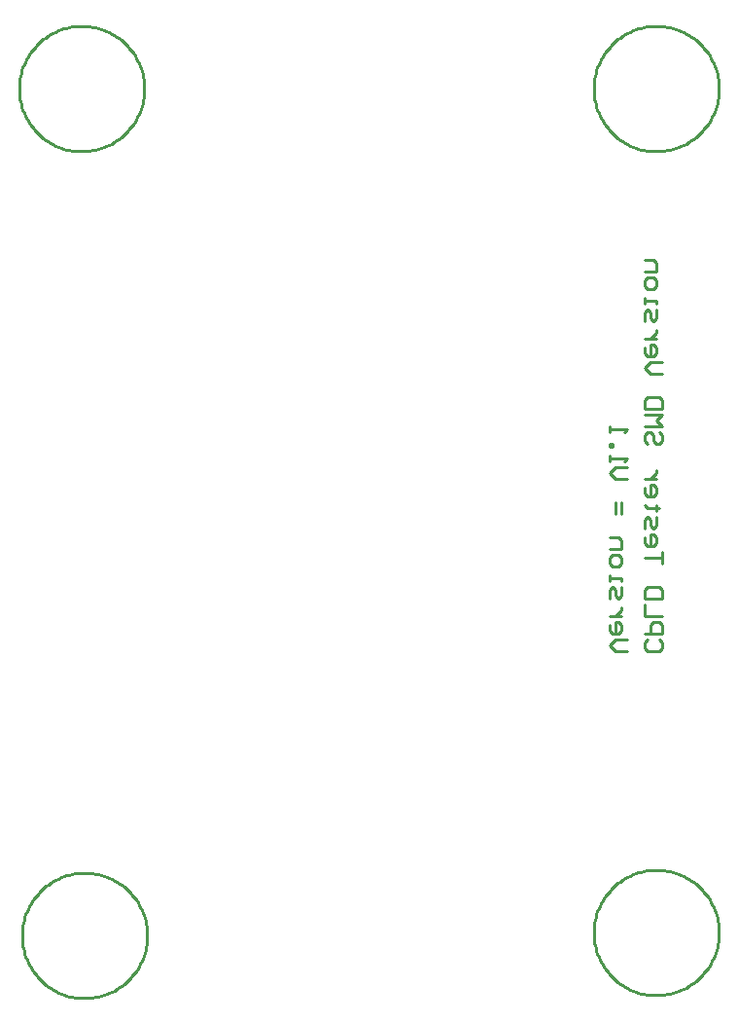
<source format=gbo>
G04*
G04 #@! TF.GenerationSoftware,Altium Limited,Altium Designer,19.1.8 (144)*
G04*
G04 Layer_Color=32896*
%FSLAX25Y25*%
%MOIN*%
G70*
G01*
G75*
%ADD10C,0.01000*%
D10*
X409457Y468000D02*
X409433Y468998D01*
X409364Y469994D01*
X409248Y470986D01*
X409086Y471972D01*
X408878Y472948D01*
X408626Y473914D01*
X408328Y474867D01*
X407986Y475806D01*
X407602Y476727D01*
X407174Y477630D01*
X406706Y478511D01*
X406196Y479370D01*
X405648Y480205D01*
X405061Y481012D01*
X404437Y481792D01*
X403777Y482542D01*
X403084Y483260D01*
X402357Y483945D01*
X401600Y484596D01*
X400813Y485211D01*
X399998Y485788D01*
X399158Y486327D01*
X398293Y486827D01*
X397406Y487285D01*
X396499Y487702D01*
X395573Y488076D01*
X394631Y488407D01*
X393674Y488693D01*
X392705Y488935D01*
X391726Y489131D01*
X390739Y489281D01*
X389746Y489386D01*
X388749Y489444D01*
X387750Y489455D01*
X386752Y489420D01*
X385757Y489339D01*
X384767Y489212D01*
X383783Y489038D01*
X382809Y488819D01*
X381846Y488555D01*
X380896Y488247D01*
X379962Y487894D01*
X379045Y487499D01*
X378148Y487061D01*
X377272Y486582D01*
X376419Y486063D01*
X375591Y485504D01*
X374790Y484908D01*
X374018Y484275D01*
X373275Y483607D01*
X372565Y482905D01*
X371889Y482171D01*
X371247Y481406D01*
X370641Y480612D01*
X370073Y479791D01*
X369544Y478944D01*
X369055Y478073D01*
X368607Y477181D01*
X368201Y476269D01*
X367837Y475339D01*
X367518Y474393D01*
X367243Y473433D01*
X367012Y472461D01*
X366827Y471480D01*
X366688Y470491D01*
X366596Y469497D01*
X366549Y468499D01*
Y467501D01*
X366596Y466503D01*
X366688Y465509D01*
X366827Y464520D01*
X367012Y463539D01*
X367243Y462567D01*
X367518Y461607D01*
X367837Y460661D01*
X368201Y459731D01*
X368607Y458819D01*
X369055Y457927D01*
X369544Y457056D01*
X370073Y456209D01*
X370641Y455388D01*
X371247Y454594D01*
X371889Y453829D01*
X372565Y453095D01*
X373276Y452393D01*
X374018Y451725D01*
X374790Y451092D01*
X375591Y450496D01*
X376419Y449937D01*
X377272Y449418D01*
X378148Y448939D01*
X379045Y448501D01*
X379962Y448106D01*
X380896Y447753D01*
X381846Y447445D01*
X382809Y447181D01*
X383784Y446962D01*
X384767Y446788D01*
X385757Y446661D01*
X386753Y446580D01*
X387750Y446545D01*
X388749Y446556D01*
X389746Y446614D01*
X390739Y446719D01*
X391726Y446869D01*
X392705Y447065D01*
X393674Y447307D01*
X394631Y447593D01*
X395573Y447924D01*
X396499Y448298D01*
X397406Y448715D01*
X398293Y449173D01*
X399158Y449673D01*
X399998Y450212D01*
X400813Y450789D01*
X401600Y451404D01*
X402357Y452055D01*
X403084Y452740D01*
X403777Y453458D01*
X404437Y454208D01*
X405061Y454988D01*
X405648Y455795D01*
X406196Y456630D01*
X406706Y457489D01*
X407174Y458370D01*
X407602Y459273D01*
X407986Y460194D01*
X408328Y461132D01*
X408626Y462086D01*
X408878Y463052D01*
X409086Y464028D01*
X409248Y465014D01*
X409364Y466006D01*
X409433Y467002D01*
X409457Y468000D01*
X212457Y468000D02*
X212433Y468998D01*
X212364Y469994D01*
X212248Y470986D01*
X212086Y471972D01*
X211878Y472948D01*
X211626Y473914D01*
X211328Y474867D01*
X210986Y475806D01*
X210602Y476727D01*
X210174Y477630D01*
X209706Y478511D01*
X209196Y479370D01*
X208648Y480205D01*
X208061Y481012D01*
X207437Y481792D01*
X206777Y482542D01*
X206084Y483260D01*
X205357Y483945D01*
X204600Y484596D01*
X203813Y485211D01*
X202998Y485788D01*
X202158Y486327D01*
X201293Y486827D01*
X200406Y487285D01*
X199499Y487702D01*
X198573Y488076D01*
X197631Y488407D01*
X196674Y488693D01*
X195705Y488935D01*
X194726Y489131D01*
X193739Y489281D01*
X192746Y489386D01*
X191749Y489444D01*
X190750Y489455D01*
X189752Y489420D01*
X188757Y489339D01*
X187767Y489212D01*
X186783Y489038D01*
X185809Y488819D01*
X184846Y488555D01*
X183897Y488247D01*
X182962Y487894D01*
X182045Y487499D01*
X181148Y487061D01*
X180272Y486582D01*
X179419Y486063D01*
X178591Y485504D01*
X177790Y484908D01*
X177018Y484275D01*
X176276Y483607D01*
X175565Y482905D01*
X174889Y482171D01*
X174247Y481406D01*
X173641Y480612D01*
X173073Y479791D01*
X172544Y478944D01*
X172055Y478073D01*
X171607Y477181D01*
X171201Y476269D01*
X170837Y475339D01*
X170518Y474393D01*
X170243Y473433D01*
X170012Y472461D01*
X169827Y471480D01*
X169688Y470491D01*
X169596Y469497D01*
X169549Y468499D01*
Y467501D01*
X169596Y466503D01*
X169688Y465509D01*
X169827Y464520D01*
X170012Y463539D01*
X170243Y462567D01*
X170518Y461607D01*
X170837Y460661D01*
X171201Y459731D01*
X171607Y458819D01*
X172055Y457927D01*
X172544Y457056D01*
X173073Y456209D01*
X173641Y455388D01*
X174247Y454594D01*
X174889Y453829D01*
X175565Y453095D01*
X176276Y452393D01*
X177018Y451725D01*
X177790Y451092D01*
X178591Y450496D01*
X179419Y449937D01*
X180272Y449418D01*
X181148Y448939D01*
X182045Y448501D01*
X182962Y448106D01*
X183897Y447753D01*
X184846Y447445D01*
X185809Y447181D01*
X186784Y446962D01*
X187767Y446788D01*
X188757Y446661D01*
X189752Y446580D01*
X190750Y446545D01*
X191749Y446556D01*
X192746Y446614D01*
X193739Y446719D01*
X194726Y446869D01*
X195705Y447065D01*
X196674Y447307D01*
X197631Y447593D01*
X198573Y447924D01*
X199499Y448298D01*
X200406Y448715D01*
X201293Y449173D01*
X202158Y449673D01*
X202998Y450212D01*
X203813Y450789D01*
X204600Y451404D01*
X205357Y452055D01*
X206084Y452740D01*
X206777Y453458D01*
X207437Y454208D01*
X208061Y454988D01*
X208648Y455795D01*
X209196Y456630D01*
X209706Y457489D01*
X210174Y458370D01*
X210602Y459273D01*
X210986Y460194D01*
X211328Y461132D01*
X211626Y462086D01*
X211878Y463052D01*
X212086Y464028D01*
X212248Y465014D01*
X212364Y466006D01*
X212433Y467002D01*
X212457Y468000D01*
X409457Y179000D02*
X409433Y179998D01*
X409364Y180994D01*
X409248Y181986D01*
X409086Y182972D01*
X408878Y183948D01*
X408626Y184914D01*
X408328Y185868D01*
X407986Y186806D01*
X407602Y187727D01*
X407174Y188630D01*
X406706Y189511D01*
X406196Y190370D01*
X405648Y191205D01*
X405061Y192012D01*
X404437Y192792D01*
X403777Y193542D01*
X403084Y194260D01*
X402357Y194945D01*
X401600Y195596D01*
X400813Y196211D01*
X399998Y196788D01*
X399158Y197327D01*
X398293Y197827D01*
X397406Y198285D01*
X396499Y198702D01*
X395573Y199076D01*
X394631Y199407D01*
X393674Y199693D01*
X392705Y199934D01*
X391726Y200131D01*
X390739Y200281D01*
X389746Y200386D01*
X388749Y200444D01*
X387750Y200455D01*
X386752Y200420D01*
X385757Y200339D01*
X384767Y200212D01*
X383783Y200038D01*
X382809Y199819D01*
X381846Y199555D01*
X380896Y199247D01*
X379962Y198894D01*
X379045Y198499D01*
X378148Y198061D01*
X377272Y197582D01*
X376419Y197063D01*
X375591Y196504D01*
X374790Y195908D01*
X374018Y195275D01*
X373275Y194607D01*
X372565Y193905D01*
X371889Y193171D01*
X371247Y192406D01*
X370641Y191612D01*
X370073Y190791D01*
X369544Y189944D01*
X369055Y189073D01*
X368607Y188181D01*
X368201Y187269D01*
X367837Y186339D01*
X367518Y185393D01*
X367243Y184433D01*
X367012Y183461D01*
X366827Y182480D01*
X366688Y181491D01*
X366596Y180497D01*
X366549Y179499D01*
Y178501D01*
X366596Y177503D01*
X366688Y176509D01*
X366827Y175520D01*
X367012Y174539D01*
X367243Y173567D01*
X367518Y172607D01*
X367837Y171661D01*
X368201Y170731D01*
X368607Y169819D01*
X369055Y168927D01*
X369544Y168056D01*
X370073Y167209D01*
X370641Y166388D01*
X371247Y165594D01*
X371889Y164829D01*
X372565Y164095D01*
X373276Y163393D01*
X374018Y162725D01*
X374790Y162092D01*
X375591Y161496D01*
X376419Y160937D01*
X377272Y160418D01*
X378148Y159939D01*
X379045Y159501D01*
X379962Y159106D01*
X380896Y158753D01*
X381846Y158445D01*
X382809Y158181D01*
X383784Y157962D01*
X384767Y157788D01*
X385757Y157661D01*
X386753Y157580D01*
X387750Y157545D01*
X388749Y157556D01*
X389746Y157614D01*
X390739Y157719D01*
X391726Y157869D01*
X392705Y158065D01*
X393674Y158307D01*
X394631Y158593D01*
X395573Y158924D01*
X396499Y159298D01*
X397406Y159715D01*
X398293Y160173D01*
X399158Y160673D01*
X399998Y161212D01*
X400813Y161789D01*
X401600Y162404D01*
X402357Y163055D01*
X403084Y163740D01*
X403777Y164458D01*
X404437Y165208D01*
X405061Y165988D01*
X405648Y166795D01*
X406196Y167630D01*
X406706Y168489D01*
X407174Y169370D01*
X407602Y170273D01*
X407986Y171194D01*
X408328Y172133D01*
X408626Y173086D01*
X408878Y174052D01*
X409086Y175028D01*
X409248Y176014D01*
X409364Y177006D01*
X409433Y178002D01*
X409457Y179000D01*
X213457Y178000D02*
X213433Y178998D01*
X213364Y179994D01*
X213248Y180986D01*
X213086Y181972D01*
X212878Y182948D01*
X212626Y183914D01*
X212328Y184868D01*
X211986Y185806D01*
X211602Y186727D01*
X211174Y187630D01*
X210706Y188511D01*
X210196Y189370D01*
X209648Y190205D01*
X209061Y191012D01*
X208437Y191792D01*
X207777Y192542D01*
X207084Y193260D01*
X206357Y193945D01*
X205600Y194596D01*
X204813Y195211D01*
X203998Y195788D01*
X203158Y196327D01*
X202293Y196827D01*
X201406Y197285D01*
X200499Y197702D01*
X199573Y198076D01*
X198630Y198407D01*
X197674Y198693D01*
X196705Y198934D01*
X195726Y199131D01*
X194739Y199281D01*
X193746Y199386D01*
X192749Y199444D01*
X191750Y199455D01*
X190752Y199420D01*
X189757Y199339D01*
X188767Y199212D01*
X187783Y199038D01*
X186809Y198819D01*
X185846Y198555D01*
X184897Y198247D01*
X183962Y197894D01*
X183045Y197499D01*
X182148Y197061D01*
X181272Y196582D01*
X180419Y196063D01*
X179591Y195504D01*
X178790Y194908D01*
X178018Y194275D01*
X177276Y193607D01*
X176565Y192905D01*
X175889Y192171D01*
X175247Y191406D01*
X174641Y190612D01*
X174073Y189791D01*
X173544Y188944D01*
X173055Y188073D01*
X172607Y187181D01*
X172201Y186269D01*
X171837Y185339D01*
X171518Y184393D01*
X171242Y183433D01*
X171012Y182461D01*
X170827Y181480D01*
X170688Y180491D01*
X170596Y179497D01*
X170549Y178499D01*
Y177501D01*
X170596Y176503D01*
X170688Y175509D01*
X170827Y174520D01*
X171012Y173539D01*
X171242Y172567D01*
X171518Y171607D01*
X171837Y170661D01*
X172201Y169731D01*
X172607Y168819D01*
X173055Y167927D01*
X173544Y167056D01*
X174073Y166209D01*
X174641Y165388D01*
X175247Y164594D01*
X175889Y163829D01*
X176565Y163095D01*
X177276Y162393D01*
X178018Y161725D01*
X178790Y161092D01*
X179591Y160496D01*
X180419Y159937D01*
X181272Y159418D01*
X182148Y158939D01*
X183045Y158501D01*
X183962Y158106D01*
X184897Y157753D01*
X185846Y157445D01*
X186809Y157181D01*
X187784Y156962D01*
X188767Y156788D01*
X189757Y156661D01*
X190752Y156580D01*
X191750Y156545D01*
X192749Y156556D01*
X193746Y156614D01*
X194739Y156719D01*
X195726Y156869D01*
X196705Y157065D01*
X197674Y157307D01*
X198630Y157594D01*
X199573Y157924D01*
X200499Y158298D01*
X201406Y158715D01*
X202293Y159173D01*
X203158Y159673D01*
X203998Y160212D01*
X204813Y160789D01*
X205600Y161404D01*
X206357Y162055D01*
X207084Y162740D01*
X207777Y163458D01*
X208437Y164208D01*
X209061Y164988D01*
X209648Y165795D01*
X210196Y166630D01*
X210706Y167489D01*
X211174Y168370D01*
X211602Y169273D01*
X211986Y170194D01*
X212328Y171133D01*
X212626Y172086D01*
X212878Y173052D01*
X213086Y174028D01*
X213248Y175014D01*
X213364Y176005D01*
X213433Y177002D01*
X213457Y178000D01*
X377998Y275500D02*
X373999D01*
X372000Y277499D01*
X373999Y279499D01*
X377998D01*
X372000Y284497D02*
Y282498D01*
X373000Y281498D01*
X374999D01*
X375999Y282498D01*
Y284497D01*
X374999Y285497D01*
X373999D01*
Y281498D01*
X375999Y287496D02*
X372000D01*
X373999D01*
X374999Y288496D01*
X375999Y289495D01*
Y290495D01*
X372000Y293494D02*
Y296493D01*
X373000Y297493D01*
X373999Y296493D01*
Y294494D01*
X374999Y293494D01*
X375999Y294494D01*
Y297493D01*
X372000Y299492D02*
Y301492D01*
Y300492D01*
X375999D01*
Y299492D01*
X372000Y305490D02*
Y307490D01*
X373000Y308489D01*
X374999D01*
X375999Y307490D01*
Y305490D01*
X374999Y304491D01*
X373000D01*
X372000Y305490D01*
Y310489D02*
X375999D01*
Y313488D01*
X374999Y314487D01*
X372000D01*
X373999Y322485D02*
Y326483D01*
X375999Y322485D02*
Y326483D01*
X377998Y334481D02*
X373999D01*
X372000Y336480D01*
X373999Y338480D01*
X377998D01*
X372000Y340479D02*
Y342478D01*
Y341479D01*
X377998D01*
X376998Y340479D01*
X372000Y345477D02*
X373000D01*
Y346477D01*
X372000D01*
Y345477D01*
Y350476D02*
Y352475D01*
Y351475D01*
X377998D01*
X376998Y350476D01*
X388998Y279499D02*
X389998Y278499D01*
Y276500D01*
X388998Y275500D01*
X385000D01*
X384000Y276500D01*
Y278499D01*
X385000Y279499D01*
X384000Y281498D02*
X389998D01*
Y284497D01*
X388998Y285497D01*
X386999D01*
X385999Y284497D01*
Y281498D01*
X389998Y287496D02*
X384000D01*
Y291495D01*
X389998Y293494D02*
X384000D01*
Y296493D01*
X385000Y297493D01*
X388998D01*
X389998Y296493D01*
Y293494D01*
Y305490D02*
Y309489D01*
Y307490D01*
X384000D01*
Y314487D02*
Y312488D01*
X385000Y311488D01*
X386999D01*
X387999Y312488D01*
Y314487D01*
X386999Y315487D01*
X385999D01*
Y311488D01*
X384000Y317486D02*
Y320485D01*
X385000Y321485D01*
X385999Y320485D01*
Y318486D01*
X386999Y317486D01*
X387999Y318486D01*
Y321485D01*
X388998Y324484D02*
X387999D01*
Y323484D01*
Y325484D01*
Y324484D01*
X385000D01*
X384000Y325484D01*
Y331482D02*
Y329483D01*
X385000Y328483D01*
X386999D01*
X387999Y329483D01*
Y331482D01*
X386999Y332482D01*
X385999D01*
Y328483D01*
X387999Y334481D02*
X384000D01*
X385999D01*
X386999Y335481D01*
X387999Y336480D01*
Y337480D01*
X388998Y350476D02*
X389998Y349476D01*
Y347477D01*
X388998Y346477D01*
X387999D01*
X386999Y347477D01*
Y349476D01*
X385999Y350476D01*
X385000D01*
X384000Y349476D01*
Y347477D01*
X385000Y346477D01*
X384000Y352475D02*
X389998D01*
X387999Y354474D01*
X389998Y356474D01*
X384000D01*
X389998Y358473D02*
X384000D01*
Y361472D01*
X385000Y362472D01*
X388998D01*
X389998Y361472D01*
Y358473D01*
Y370469D02*
X385999D01*
X384000Y372469D01*
X385999Y374468D01*
X389998D01*
X384000Y379466D02*
Y377467D01*
X385000Y376467D01*
X386999D01*
X387999Y377467D01*
Y379466D01*
X386999Y380466D01*
X385999D01*
Y376467D01*
X387999Y382465D02*
X384000D01*
X385999D01*
X386999Y383465D01*
X387999Y384465D01*
Y385464D01*
X384000Y388463D02*
Y391462D01*
X385000Y392462D01*
X385999Y391462D01*
Y389463D01*
X386999Y388463D01*
X387999Y389463D01*
Y392462D01*
X384000Y394461D02*
Y396461D01*
Y395461D01*
X387999D01*
Y394461D01*
X384000Y400460D02*
Y402459D01*
X385000Y403459D01*
X386999D01*
X387999Y402459D01*
Y400460D01*
X386999Y399460D01*
X385000D01*
X384000Y400460D01*
Y405458D02*
X387999D01*
Y408457D01*
X386999Y409457D01*
X384000D01*
M02*

</source>
